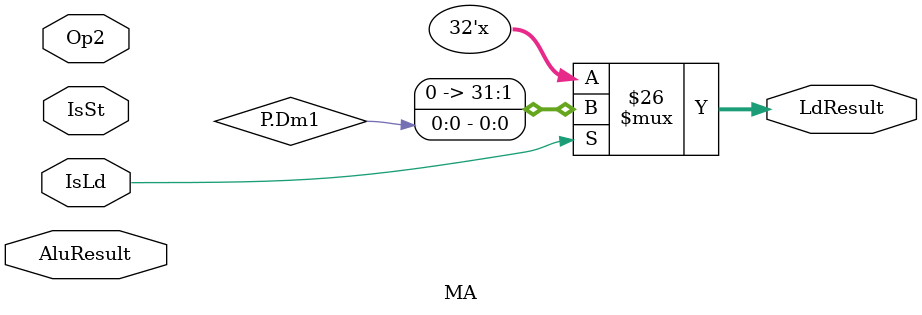
<source format=v>
/*
MA:
Author: 2016eeb1087(sanket Nyayadhish)
Date: 23/12/2017
*/

module MA(
          input [31:0] Op2,
          input [31:0] AluResult,
          input IsLd,
          input IsSt,
          output [31:0] LdResult
          );
          
wire [31:0] Op2,AluResult;
wire IsLd,IsSt;
reg [31:0] LdResult;

//---------------------------------------

           always @(*)
           begin     
           #2                                   // waiting for aluresult to come.
           if (IsLd == 1)
           begin
           P.Am1    = AluResult ;
           LdResult = P.Dm1;
           P.RW     = 0;
          end
          else if ( IsSt == 1)
          begin
         
           P.RW  = 1;
           P.Am2 = AluResult ;
           P.Dm3 = Op2 ;
          end
          
          end
          endmodule 
         

</source>
